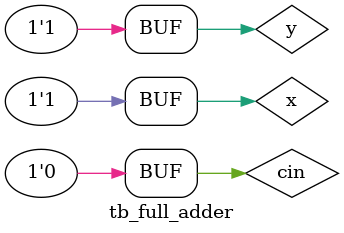
<source format=v>
module tb_full_adder;

wire s,c;
reg x,y,cin;

full_adder u1(.s_out(s), .c_out(c), .cin(cin), .x(x), .y(y));

initial
begin

           x=1'd0; y=1'd0; cin=1'd0;

        #5 x=1'd1; y=1'd1; cin=1'd1;

        #5 x=1'd0; y=1'd1; cin=1'd1;

        #5 x=1'd1; y=1'd0; cin=1'd0;

        #5 x=1'd1; y=1'd1; cin=1'd0;
end
endmodule
</source>
